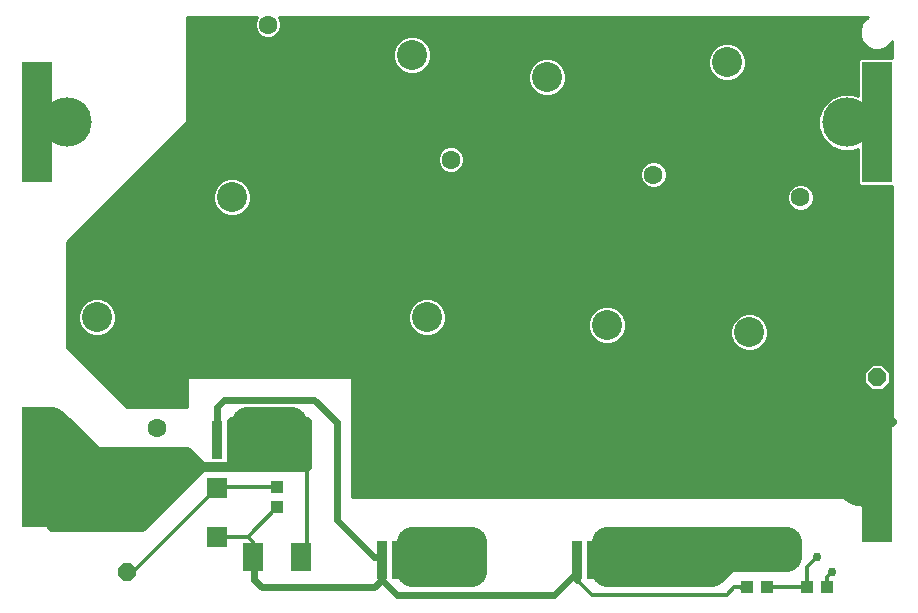
<source format=gtl>
G75*
%MOIN*%
%OFA0B0*%
%FSLAX25Y25*%
%IPPOS*%
%LPD*%
%AMOC8*
5,1,8,0,0,1.08239X$1,22.5*
%
%ADD10OC8,0.06000*%
%ADD11OC8,0.06300*%
%ADD12C,0.06300*%
%ADD13R,0.03543X0.12598*%
%ADD14R,0.42520X0.32087*%
%ADD15R,0.04331X0.03937*%
%ADD16R,0.03937X0.04331*%
%ADD17R,0.07087X0.09449*%
%ADD18R,0.06299X0.11811*%
%ADD19R,0.19000X0.22500*%
%ADD20R,0.06693X0.07087*%
%ADD21C,0.10000*%
%ADD22OC8,0.10000*%
%ADD23R,0.10000X0.20000*%
%ADD24R,0.10000X0.40000*%
%ADD25C,0.01200*%
%ADD26C,0.02400*%
%ADD27C,0.01000*%
%ADD28C,0.03200*%
%ADD29C,0.16500*%
%ADD30C,0.02978*%
%ADD31C,0.10000*%
D10*
X0041500Y0015167D03*
X0291500Y0080167D03*
D11*
X0252000Y0140167D03*
X0231000Y0147667D03*
X0163500Y0152667D03*
X0074500Y0197667D03*
X0051500Y0077167D03*
D12*
X0051500Y0063167D03*
X0149500Y0152667D03*
X0217000Y0147667D03*
X0266000Y0140167D03*
X0088500Y0197667D03*
D13*
X0091500Y0059340D03*
X0096500Y0059340D03*
X0101500Y0059340D03*
X0081500Y0059340D03*
X0076500Y0059340D03*
X0071500Y0059340D03*
X0126500Y0019340D03*
X0131500Y0019340D03*
X0136500Y0019340D03*
X0146500Y0019340D03*
X0151500Y0019340D03*
X0156500Y0019340D03*
X0191500Y0019340D03*
X0196500Y0019340D03*
X0201500Y0019340D03*
X0211500Y0019340D03*
X0216500Y0019340D03*
X0221500Y0019340D03*
D14*
X0206500Y0061308D03*
X0141500Y0061308D03*
X0086500Y0101308D03*
D15*
X0091500Y0043513D03*
X0091500Y0036820D03*
D16*
X0248154Y0010167D03*
X0254846Y0010167D03*
X0268154Y0010167D03*
X0274846Y0010167D03*
D17*
X0099472Y0020167D03*
X0083528Y0020167D03*
D18*
X0242524Y0024261D03*
X0260476Y0024261D03*
D19*
X0251500Y0051419D03*
D20*
X0071500Y0043238D03*
X0071500Y0027096D03*
D21*
X0031500Y0100167D03*
X0076500Y0140167D03*
X0141500Y0100167D03*
X0201500Y0097667D03*
X0249000Y0095167D03*
X0181500Y0180167D03*
X0136500Y0187667D03*
X0241500Y0185167D03*
D22*
X0261500Y0185167D03*
X0201500Y0180167D03*
X0116500Y0187667D03*
X0076500Y0160167D03*
X0031500Y0120167D03*
X0141500Y0120167D03*
X0201500Y0117667D03*
X0269000Y0095167D03*
D23*
X0291500Y0045167D03*
X0291500Y0165167D03*
X0011500Y0165167D03*
X0011500Y0050167D03*
D24*
X0011500Y0050167D03*
X0011500Y0050167D03*
X0011500Y0165167D03*
X0011500Y0165167D03*
X0291500Y0165167D03*
X0291500Y0165167D03*
X0291500Y0045167D03*
X0291500Y0045167D03*
D25*
X0260476Y0024261D02*
X0255594Y0024261D01*
X0251500Y0020167D01*
X0222327Y0020167D01*
X0221500Y0019340D01*
X0216500Y0019340D01*
X0211500Y0019340D01*
X0201500Y0019340D01*
X0196500Y0019340D01*
X0191500Y0012667D02*
X0196500Y0007667D01*
X0241500Y0007667D01*
X0244000Y0010167D01*
X0246500Y0010167D01*
X0254846Y0010167D02*
X0268154Y0010167D01*
X0268154Y0016820D01*
X0271500Y0020167D01*
X0276500Y0015167D02*
X0274846Y0013513D01*
X0274846Y0010167D01*
X0156500Y0019340D02*
X0131500Y0019340D01*
X0101500Y0022194D02*
X0099472Y0020167D01*
X0101500Y0022194D02*
X0101500Y0056045D01*
X0091500Y0043513D02*
X0071776Y0043513D01*
X0071500Y0043238D01*
X0043429Y0015167D01*
X0041500Y0015167D01*
X0071500Y0027096D02*
X0081776Y0027096D01*
X0083528Y0025344D01*
X0083528Y0020167D01*
X0081776Y0027096D02*
X0091500Y0036820D01*
D26*
X0111500Y0032667D02*
X0111500Y0065167D01*
X0104000Y0072667D01*
X0074000Y0072667D01*
X0071500Y0070167D01*
X0071500Y0055167D01*
X0076500Y0059340D02*
X0076500Y0059699D01*
X0077728Y0060928D01*
X0077728Y0066468D01*
X0078900Y0067639D01*
X0084100Y0067639D01*
X0085272Y0066468D01*
X0085272Y0061395D01*
X0086500Y0060167D01*
X0086500Y0055167D02*
X0085272Y0055167D01*
X0101500Y0056045D02*
X0101500Y0059340D01*
X0111500Y0032667D02*
X0124000Y0020167D01*
X0126500Y0020167D01*
X0126500Y0012667D01*
X0124000Y0010167D01*
X0086500Y0010167D01*
X0084000Y0012667D01*
X0084000Y0022667D01*
X0126500Y0012667D02*
X0131500Y0007667D01*
X0184000Y0007667D01*
X0191500Y0015167D01*
X0191500Y0020167D01*
X0191500Y0015167D02*
X0191500Y0012667D01*
X0206500Y0020167D02*
X0206500Y0025167D01*
X0246500Y0010167D02*
X0248154Y0010167D01*
X0286500Y0045221D02*
X0286555Y0045167D01*
X0291500Y0045167D01*
X0156500Y0019340D02*
X0156500Y0015167D01*
X0141500Y0020167D02*
X0141500Y0024662D01*
X0141500Y0025167D01*
X0141500Y0024662D02*
X0142005Y0025167D01*
X0016500Y0050107D02*
X0016441Y0050167D01*
X0011500Y0050167D01*
X0011500Y0165167D02*
X0021500Y0165167D01*
X0281500Y0165167D02*
X0291500Y0165167D01*
D27*
X0285200Y0173971D02*
X0283400Y0174717D01*
X0279600Y0174717D01*
X0276090Y0173263D01*
X0273404Y0170576D01*
X0271950Y0167066D01*
X0271950Y0163267D01*
X0273404Y0159757D01*
X0276090Y0157071D01*
X0279600Y0155617D01*
X0283400Y0155617D01*
X0285200Y0156362D01*
X0285200Y0144628D01*
X0285962Y0143867D01*
X0296500Y0143867D01*
X0296500Y0066467D01*
X0285962Y0066467D01*
X0285200Y0065705D01*
X0285200Y0040167D01*
X0116500Y0040167D01*
X0116500Y0080167D01*
X0061500Y0080167D01*
X0061500Y0070167D01*
X0041500Y0070167D01*
X0021500Y0090167D01*
X0021500Y0125167D01*
X0061500Y0165167D01*
X0061500Y0200167D01*
X0084719Y0200167D01*
X0084050Y0198552D01*
X0084050Y0196781D01*
X0084727Y0195146D01*
X0085979Y0193894D01*
X0087615Y0193217D01*
X0089385Y0193217D01*
X0091021Y0193894D01*
X0092273Y0195146D01*
X0092950Y0196781D01*
X0092950Y0198552D01*
X0092281Y0200167D01*
X0288469Y0200167D01*
X0288226Y0200066D01*
X0286600Y0198440D01*
X0285720Y0196316D01*
X0285720Y0194017D01*
X0286600Y0191893D01*
X0288226Y0190267D01*
X0290350Y0189387D01*
X0292650Y0189387D01*
X0294774Y0190267D01*
X0296400Y0191893D01*
X0296500Y0192135D01*
X0296500Y0186467D01*
X0285962Y0186467D01*
X0285200Y0185705D01*
X0285200Y0173971D01*
X0285200Y0174914D02*
X0185156Y0174914D01*
X0185069Y0174826D02*
X0186841Y0176598D01*
X0187800Y0178913D01*
X0187800Y0181420D01*
X0186841Y0183735D01*
X0185069Y0185508D01*
X0182753Y0186467D01*
X0180247Y0186467D01*
X0177931Y0185508D01*
X0176159Y0183735D01*
X0175200Y0181420D01*
X0175200Y0178913D01*
X0176159Y0176598D01*
X0177931Y0174826D01*
X0180247Y0173867D01*
X0182753Y0173867D01*
X0185069Y0174826D01*
X0186155Y0175912D02*
X0285200Y0175912D01*
X0285200Y0176911D02*
X0186970Y0176911D01*
X0187384Y0177909D02*
X0285200Y0177909D01*
X0285200Y0178908D02*
X0242852Y0178908D01*
X0242753Y0178867D02*
X0245069Y0179826D01*
X0246841Y0181598D01*
X0247800Y0183913D01*
X0247800Y0186420D01*
X0246841Y0188735D01*
X0245069Y0190508D01*
X0242753Y0191467D01*
X0240247Y0191467D01*
X0237931Y0190508D01*
X0236159Y0188735D01*
X0235200Y0186420D01*
X0235200Y0183913D01*
X0236159Y0181598D01*
X0237931Y0179826D01*
X0240247Y0178867D01*
X0242753Y0178867D01*
X0240148Y0178908D02*
X0187798Y0178908D01*
X0187800Y0179906D02*
X0237851Y0179906D01*
X0236852Y0180905D02*
X0187800Y0180905D01*
X0187600Y0181903D02*
X0236033Y0181903D01*
X0235619Y0182902D02*
X0187186Y0182902D01*
X0186676Y0183900D02*
X0235206Y0183900D01*
X0235200Y0184899D02*
X0185677Y0184899D01*
X0184128Y0185897D02*
X0235200Y0185897D01*
X0235397Y0186896D02*
X0142800Y0186896D01*
X0142800Y0186413D02*
X0141841Y0184098D01*
X0140069Y0182326D01*
X0137753Y0181367D01*
X0135247Y0181367D01*
X0132931Y0182326D01*
X0131159Y0184098D01*
X0130200Y0186413D01*
X0130200Y0188920D01*
X0131159Y0191235D01*
X0132931Y0193008D01*
X0135247Y0193967D01*
X0137753Y0193967D01*
X0140069Y0193008D01*
X0141841Y0191235D01*
X0142800Y0188920D01*
X0142800Y0186413D01*
X0142586Y0185897D02*
X0178872Y0185897D01*
X0177323Y0184899D02*
X0142173Y0184899D01*
X0141643Y0183900D02*
X0176324Y0183900D01*
X0175814Y0182902D02*
X0140645Y0182902D01*
X0139048Y0181903D02*
X0175400Y0181903D01*
X0175200Y0180905D02*
X0061500Y0180905D01*
X0061500Y0181903D02*
X0133952Y0181903D01*
X0132355Y0182902D02*
X0061500Y0182902D01*
X0061500Y0183900D02*
X0131357Y0183900D01*
X0130827Y0184899D02*
X0061500Y0184899D01*
X0061500Y0185897D02*
X0130414Y0185897D01*
X0130200Y0186896D02*
X0061500Y0186896D01*
X0061500Y0187894D02*
X0130200Y0187894D01*
X0130200Y0188893D02*
X0061500Y0188893D01*
X0061500Y0189891D02*
X0130602Y0189891D01*
X0131016Y0190890D02*
X0061500Y0190890D01*
X0061500Y0191888D02*
X0131812Y0191888D01*
X0132811Y0192887D02*
X0061500Y0192887D01*
X0061500Y0193885D02*
X0086001Y0193885D01*
X0084990Y0194884D02*
X0061500Y0194884D01*
X0061500Y0195882D02*
X0084422Y0195882D01*
X0084050Y0196881D02*
X0061500Y0196881D01*
X0061500Y0197879D02*
X0084050Y0197879D01*
X0084185Y0198878D02*
X0061500Y0198878D01*
X0061500Y0199876D02*
X0084599Y0199876D01*
X0092401Y0199876D02*
X0288036Y0199876D01*
X0287038Y0198878D02*
X0092815Y0198878D01*
X0092950Y0197879D02*
X0286368Y0197879D01*
X0285954Y0196881D02*
X0092950Y0196881D01*
X0092578Y0195882D02*
X0285720Y0195882D01*
X0285720Y0194884D02*
X0092010Y0194884D01*
X0090999Y0193885D02*
X0135050Y0193885D01*
X0137950Y0193885D02*
X0285775Y0193885D01*
X0286189Y0192887D02*
X0140189Y0192887D01*
X0141188Y0191888D02*
X0286605Y0191888D01*
X0287603Y0190890D02*
X0244146Y0190890D01*
X0245685Y0189891D02*
X0289133Y0189891D01*
X0293867Y0189891D02*
X0296500Y0189891D01*
X0296500Y0188893D02*
X0246683Y0188893D01*
X0247189Y0187894D02*
X0296500Y0187894D01*
X0296500Y0186896D02*
X0247603Y0186896D01*
X0247800Y0185897D02*
X0285392Y0185897D01*
X0285200Y0184899D02*
X0247800Y0184899D01*
X0247794Y0183900D02*
X0285200Y0183900D01*
X0285200Y0182902D02*
X0247381Y0182902D01*
X0246967Y0181903D02*
X0285200Y0181903D01*
X0285200Y0180905D02*
X0246148Y0180905D01*
X0245149Y0179906D02*
X0285200Y0179906D01*
X0277665Y0173915D02*
X0182870Y0173915D01*
X0180130Y0173915D02*
X0061500Y0173915D01*
X0061500Y0172917D02*
X0275744Y0172917D01*
X0274746Y0171918D02*
X0061500Y0171918D01*
X0061500Y0170920D02*
X0273747Y0170920D01*
X0273132Y0169921D02*
X0061500Y0169921D01*
X0061500Y0168923D02*
X0272719Y0168923D01*
X0272305Y0167924D02*
X0061500Y0167924D01*
X0061500Y0166925D02*
X0271950Y0166925D01*
X0271950Y0165927D02*
X0061500Y0165927D01*
X0061262Y0164928D02*
X0271950Y0164928D01*
X0271950Y0163930D02*
X0060263Y0163930D01*
X0059265Y0162931D02*
X0272089Y0162931D01*
X0272503Y0161933D02*
X0058266Y0161933D01*
X0057268Y0160934D02*
X0272916Y0160934D01*
X0273330Y0159936D02*
X0056269Y0159936D01*
X0055271Y0158937D02*
X0274224Y0158937D01*
X0275222Y0157939D02*
X0054272Y0157939D01*
X0053274Y0156940D02*
X0148189Y0156940D01*
X0148615Y0157117D02*
X0146979Y0156439D01*
X0145727Y0155187D01*
X0145050Y0153552D01*
X0145050Y0151781D01*
X0145727Y0150146D01*
X0146979Y0148894D01*
X0148615Y0148217D01*
X0150385Y0148217D01*
X0152021Y0148894D01*
X0153273Y0150146D01*
X0153950Y0151781D01*
X0153950Y0153552D01*
X0153273Y0155187D01*
X0152021Y0156439D01*
X0150385Y0157117D01*
X0148615Y0157117D01*
X0150811Y0156940D02*
X0276405Y0156940D01*
X0278815Y0155942D02*
X0152518Y0155942D01*
X0153374Y0154943D02*
X0285200Y0154943D01*
X0285200Y0153945D02*
X0153787Y0153945D01*
X0153950Y0152946D02*
X0285200Y0152946D01*
X0285200Y0151948D02*
X0218293Y0151948D01*
X0217885Y0152117D02*
X0216115Y0152117D01*
X0214479Y0151439D01*
X0213227Y0150187D01*
X0212550Y0148552D01*
X0212550Y0146781D01*
X0213227Y0145146D01*
X0214479Y0143894D01*
X0216115Y0143217D01*
X0217885Y0143217D01*
X0219521Y0143894D01*
X0220773Y0145146D01*
X0221450Y0146781D01*
X0221450Y0148552D01*
X0220773Y0150187D01*
X0219521Y0151439D01*
X0217885Y0152117D01*
X0215707Y0151948D02*
X0153950Y0151948D01*
X0153605Y0150949D02*
X0213989Y0150949D01*
X0213129Y0149951D02*
X0153077Y0149951D01*
X0152079Y0148952D02*
X0212716Y0148952D01*
X0212550Y0147954D02*
X0044287Y0147954D01*
X0045286Y0148952D02*
X0146921Y0148952D01*
X0145923Y0149951D02*
X0046284Y0149951D01*
X0047283Y0150949D02*
X0145395Y0150949D01*
X0145050Y0151948D02*
X0048281Y0151948D01*
X0049280Y0152946D02*
X0145050Y0152946D01*
X0145213Y0153945D02*
X0050278Y0153945D01*
X0051277Y0154943D02*
X0145626Y0154943D01*
X0146482Y0155942D02*
X0052275Y0155942D01*
X0043289Y0146955D02*
X0212550Y0146955D01*
X0212892Y0145957D02*
X0078984Y0145957D01*
X0080069Y0145508D02*
X0077753Y0146467D01*
X0075247Y0146467D01*
X0072931Y0145508D01*
X0071159Y0143735D01*
X0070200Y0141420D01*
X0070200Y0138913D01*
X0071159Y0136598D01*
X0072931Y0134826D01*
X0075247Y0133867D01*
X0077753Y0133867D01*
X0080069Y0134826D01*
X0081841Y0136598D01*
X0082800Y0138913D01*
X0082800Y0141420D01*
X0081841Y0143735D01*
X0080069Y0145508D01*
X0080618Y0144958D02*
X0213415Y0144958D01*
X0214414Y0143960D02*
X0081616Y0143960D01*
X0082162Y0142961D02*
X0262501Y0142961D01*
X0262227Y0142687D02*
X0261550Y0141052D01*
X0261550Y0139281D01*
X0262227Y0137646D01*
X0263479Y0136394D01*
X0265115Y0135717D01*
X0266885Y0135717D01*
X0268521Y0136394D01*
X0269773Y0137646D01*
X0270450Y0139281D01*
X0270450Y0141052D01*
X0269773Y0142687D01*
X0268521Y0143939D01*
X0266885Y0144617D01*
X0265115Y0144617D01*
X0263479Y0143939D01*
X0262227Y0142687D01*
X0261927Y0141963D02*
X0082575Y0141963D01*
X0082800Y0140964D02*
X0261550Y0140964D01*
X0261550Y0139966D02*
X0082800Y0139966D01*
X0082800Y0138967D02*
X0261680Y0138967D01*
X0262094Y0137969D02*
X0082409Y0137969D01*
X0081995Y0136970D02*
X0262903Y0136970D01*
X0264499Y0135972D02*
X0081215Y0135972D01*
X0080216Y0134973D02*
X0296500Y0134973D01*
X0296500Y0133975D02*
X0078014Y0133975D01*
X0074986Y0133975D02*
X0030308Y0133975D01*
X0031306Y0134973D02*
X0072784Y0134973D01*
X0071785Y0135972D02*
X0032305Y0135972D01*
X0033303Y0136970D02*
X0071005Y0136970D01*
X0070591Y0137969D02*
X0034302Y0137969D01*
X0035301Y0138967D02*
X0070200Y0138967D01*
X0070200Y0139966D02*
X0036299Y0139966D01*
X0037298Y0140964D02*
X0070200Y0140964D01*
X0070425Y0141963D02*
X0038296Y0141963D01*
X0039295Y0142961D02*
X0070838Y0142961D01*
X0071384Y0143960D02*
X0040293Y0143960D01*
X0041292Y0144958D02*
X0072382Y0144958D01*
X0074016Y0145957D02*
X0042290Y0145957D01*
X0029309Y0132976D02*
X0296500Y0132976D01*
X0296500Y0131978D02*
X0028311Y0131978D01*
X0027312Y0130979D02*
X0296500Y0130979D01*
X0296500Y0129981D02*
X0026314Y0129981D01*
X0025315Y0128982D02*
X0296500Y0128982D01*
X0296500Y0127984D02*
X0024317Y0127984D01*
X0023318Y0126985D02*
X0296500Y0126985D01*
X0296500Y0125987D02*
X0022320Y0125987D01*
X0021500Y0124988D02*
X0296500Y0124988D01*
X0296500Y0123990D02*
X0021500Y0123990D01*
X0021500Y0122991D02*
X0296500Y0122991D01*
X0296500Y0121992D02*
X0021500Y0121992D01*
X0021500Y0120994D02*
X0296500Y0120994D01*
X0296500Y0119995D02*
X0021500Y0119995D01*
X0021500Y0118997D02*
X0296500Y0118997D01*
X0296500Y0117998D02*
X0021500Y0117998D01*
X0021500Y0117000D02*
X0296500Y0117000D01*
X0296500Y0116001D02*
X0021500Y0116001D01*
X0021500Y0115003D02*
X0296500Y0115003D01*
X0296500Y0114004D02*
X0021500Y0114004D01*
X0021500Y0113006D02*
X0296500Y0113006D01*
X0296500Y0112007D02*
X0021500Y0112007D01*
X0021500Y0111009D02*
X0296500Y0111009D01*
X0296500Y0110010D02*
X0021500Y0110010D01*
X0021500Y0109012D02*
X0296500Y0109012D01*
X0296500Y0108013D02*
X0021500Y0108013D01*
X0021500Y0107015D02*
X0296500Y0107015D01*
X0296500Y0106016D02*
X0143840Y0106016D01*
X0142753Y0106467D02*
X0145069Y0105508D01*
X0146841Y0103735D01*
X0147800Y0101420D01*
X0147800Y0098913D01*
X0146841Y0096598D01*
X0145069Y0094826D01*
X0142753Y0093867D01*
X0140247Y0093867D01*
X0137931Y0094826D01*
X0136159Y0096598D01*
X0135200Y0098913D01*
X0135200Y0101420D01*
X0136159Y0103735D01*
X0137931Y0105508D01*
X0140247Y0106467D01*
X0142753Y0106467D01*
X0145558Y0105018D02*
X0296500Y0105018D01*
X0296500Y0104019D02*
X0146557Y0104019D01*
X0147137Y0103021D02*
X0197963Y0103021D01*
X0197931Y0103008D02*
X0196159Y0101235D01*
X0195200Y0098920D01*
X0195200Y0096413D01*
X0196159Y0094098D01*
X0197931Y0092326D01*
X0200247Y0091367D01*
X0202753Y0091367D01*
X0205069Y0092326D01*
X0206841Y0094098D01*
X0207800Y0096413D01*
X0207800Y0098920D01*
X0206841Y0101235D01*
X0205069Y0103008D01*
X0202753Y0103967D01*
X0200247Y0103967D01*
X0197931Y0103008D01*
X0196946Y0102022D02*
X0147550Y0102022D01*
X0147800Y0101024D02*
X0196071Y0101024D01*
X0195658Y0100025D02*
X0147800Y0100025D01*
X0147800Y0099027D02*
X0195244Y0099027D01*
X0195200Y0098028D02*
X0147433Y0098028D01*
X0147020Y0097030D02*
X0195200Y0097030D01*
X0195358Y0096031D02*
X0146274Y0096031D01*
X0145276Y0095033D02*
X0195772Y0095033D01*
X0196223Y0094034D02*
X0143158Y0094034D01*
X0139842Y0094034D02*
X0033158Y0094034D01*
X0032753Y0093867D02*
X0035069Y0094826D01*
X0036841Y0096598D01*
X0037800Y0098913D01*
X0037800Y0101420D01*
X0036841Y0103735D01*
X0035069Y0105508D01*
X0032753Y0106467D01*
X0030247Y0106467D01*
X0027931Y0105508D01*
X0026159Y0103735D01*
X0025200Y0101420D01*
X0025200Y0098913D01*
X0026159Y0096598D01*
X0027931Y0094826D01*
X0030247Y0093867D01*
X0032753Y0093867D01*
X0035276Y0095033D02*
X0137724Y0095033D01*
X0136726Y0096031D02*
X0036274Y0096031D01*
X0037020Y0097030D02*
X0135980Y0097030D01*
X0135567Y0098028D02*
X0037433Y0098028D01*
X0037800Y0099027D02*
X0135200Y0099027D01*
X0135200Y0100025D02*
X0037800Y0100025D01*
X0037800Y0101024D02*
X0135200Y0101024D01*
X0135450Y0102022D02*
X0037550Y0102022D01*
X0037137Y0103021D02*
X0135863Y0103021D01*
X0136443Y0104019D02*
X0036557Y0104019D01*
X0035558Y0105018D02*
X0137442Y0105018D01*
X0139160Y0106016D02*
X0033840Y0106016D01*
X0029160Y0106016D02*
X0021500Y0106016D01*
X0021500Y0105018D02*
X0027442Y0105018D01*
X0026443Y0104019D02*
X0021500Y0104019D01*
X0021500Y0103021D02*
X0025863Y0103021D01*
X0025450Y0102022D02*
X0021500Y0102022D01*
X0021500Y0101024D02*
X0025200Y0101024D01*
X0025200Y0100025D02*
X0021500Y0100025D01*
X0021500Y0099027D02*
X0025200Y0099027D01*
X0025567Y0098028D02*
X0021500Y0098028D01*
X0021500Y0097030D02*
X0025980Y0097030D01*
X0026726Y0096031D02*
X0021500Y0096031D01*
X0021500Y0095033D02*
X0027724Y0095033D01*
X0029842Y0094034D02*
X0021500Y0094034D01*
X0021500Y0093036D02*
X0197221Y0093036D01*
X0198628Y0092037D02*
X0021500Y0092037D01*
X0021500Y0091039D02*
X0244218Y0091039D01*
X0243659Y0091598D02*
X0242700Y0093913D01*
X0242700Y0096420D01*
X0243659Y0098735D01*
X0245431Y0100508D01*
X0247747Y0101467D01*
X0250253Y0101467D01*
X0252569Y0100508D01*
X0254341Y0098735D01*
X0255300Y0096420D01*
X0255300Y0093913D01*
X0254341Y0091598D01*
X0252569Y0089826D01*
X0250253Y0088867D01*
X0247747Y0088867D01*
X0245431Y0089826D01*
X0243659Y0091598D01*
X0243477Y0092037D02*
X0204372Y0092037D01*
X0205779Y0093036D02*
X0243064Y0093036D01*
X0242700Y0094034D02*
X0206777Y0094034D01*
X0207228Y0095033D02*
X0242700Y0095033D01*
X0242700Y0096031D02*
X0207642Y0096031D01*
X0207800Y0097030D02*
X0242953Y0097030D01*
X0243366Y0098028D02*
X0207800Y0098028D01*
X0207756Y0099027D02*
X0243951Y0099027D01*
X0244949Y0100025D02*
X0207342Y0100025D01*
X0206929Y0101024D02*
X0246678Y0101024D01*
X0251322Y0101024D02*
X0296500Y0101024D01*
X0296500Y0102022D02*
X0206054Y0102022D01*
X0205037Y0103021D02*
X0296500Y0103021D01*
X0296500Y0100025D02*
X0253051Y0100025D01*
X0254049Y0099027D02*
X0296500Y0099027D01*
X0296500Y0098028D02*
X0254634Y0098028D01*
X0255047Y0097030D02*
X0296500Y0097030D01*
X0296500Y0096031D02*
X0255300Y0096031D01*
X0255300Y0095033D02*
X0296500Y0095033D01*
X0296500Y0094034D02*
X0255300Y0094034D01*
X0254936Y0093036D02*
X0296500Y0093036D01*
X0296500Y0092037D02*
X0254523Y0092037D01*
X0253782Y0091039D02*
X0296500Y0091039D01*
X0296500Y0090040D02*
X0252783Y0090040D01*
X0250676Y0089042D02*
X0296500Y0089042D01*
X0296500Y0088043D02*
X0023624Y0088043D01*
X0024622Y0087045D02*
X0296500Y0087045D01*
X0296500Y0086046D02*
X0025621Y0086046D01*
X0026619Y0085048D02*
X0296500Y0085048D01*
X0296500Y0084049D02*
X0293699Y0084049D01*
X0293281Y0084467D02*
X0289719Y0084467D01*
X0287200Y0081948D01*
X0287200Y0078386D01*
X0289719Y0075867D01*
X0293281Y0075867D01*
X0295800Y0078386D01*
X0295800Y0081948D01*
X0293281Y0084467D01*
X0294697Y0083051D02*
X0296500Y0083051D01*
X0296500Y0082052D02*
X0295696Y0082052D01*
X0295800Y0081054D02*
X0296500Y0081054D01*
X0296500Y0080055D02*
X0295800Y0080055D01*
X0295800Y0079056D02*
X0296500Y0079056D01*
X0296500Y0078058D02*
X0295472Y0078058D01*
X0294474Y0077059D02*
X0296500Y0077059D01*
X0296500Y0076061D02*
X0293475Y0076061D01*
X0296500Y0075062D02*
X0116500Y0075062D01*
X0116500Y0074064D02*
X0296500Y0074064D01*
X0296500Y0073065D02*
X0116500Y0073065D01*
X0116500Y0072067D02*
X0296500Y0072067D01*
X0296500Y0071068D02*
X0116500Y0071068D01*
X0116500Y0070070D02*
X0296500Y0070070D01*
X0296500Y0069071D02*
X0116500Y0069071D01*
X0116500Y0068073D02*
X0296500Y0068073D01*
X0296500Y0067074D02*
X0116500Y0067074D01*
X0116500Y0066076D02*
X0285571Y0066076D01*
X0285200Y0065077D02*
X0116500Y0065077D01*
X0116500Y0064079D02*
X0285200Y0064079D01*
X0285200Y0063080D02*
X0116500Y0063080D01*
X0116500Y0062082D02*
X0285200Y0062082D01*
X0285200Y0061083D02*
X0116500Y0061083D01*
X0116500Y0060085D02*
X0285200Y0060085D01*
X0285200Y0059086D02*
X0116500Y0059086D01*
X0116500Y0058088D02*
X0285200Y0058088D01*
X0285200Y0057089D02*
X0116500Y0057089D01*
X0116500Y0056091D02*
X0285200Y0056091D01*
X0285200Y0055092D02*
X0116500Y0055092D01*
X0116500Y0054094D02*
X0285200Y0054094D01*
X0285200Y0053095D02*
X0116500Y0053095D01*
X0116500Y0052097D02*
X0285200Y0052097D01*
X0285200Y0051098D02*
X0116500Y0051098D01*
X0116500Y0050100D02*
X0285200Y0050100D01*
X0285200Y0049101D02*
X0116500Y0049101D01*
X0116500Y0048103D02*
X0285200Y0048103D01*
X0285200Y0047104D02*
X0116500Y0047104D01*
X0116500Y0046106D02*
X0285200Y0046106D01*
X0285200Y0045107D02*
X0116500Y0045107D01*
X0116500Y0044109D02*
X0285200Y0044109D01*
X0285200Y0043110D02*
X0116500Y0043110D01*
X0116500Y0042112D02*
X0285200Y0042112D01*
X0285200Y0041113D02*
X0116500Y0041113D01*
X0116500Y0076061D02*
X0289525Y0076061D01*
X0288526Y0077059D02*
X0116500Y0077059D01*
X0116500Y0078058D02*
X0287528Y0078058D01*
X0287200Y0079056D02*
X0116500Y0079056D01*
X0116500Y0080055D02*
X0287200Y0080055D01*
X0287200Y0081054D02*
X0030613Y0081054D01*
X0029615Y0082052D02*
X0287304Y0082052D01*
X0288303Y0083051D02*
X0028616Y0083051D01*
X0027618Y0084049D02*
X0289301Y0084049D01*
X0247324Y0089042D02*
X0022625Y0089042D01*
X0021627Y0090040D02*
X0245217Y0090040D01*
X0267501Y0135972D02*
X0296500Y0135972D01*
X0296500Y0136970D02*
X0269097Y0136970D01*
X0269906Y0137969D02*
X0296500Y0137969D01*
X0296500Y0138967D02*
X0270320Y0138967D01*
X0270450Y0139966D02*
X0296500Y0139966D01*
X0296500Y0140964D02*
X0270450Y0140964D01*
X0270073Y0141963D02*
X0296500Y0141963D01*
X0296500Y0142961D02*
X0269499Y0142961D01*
X0268471Y0143960D02*
X0285868Y0143960D01*
X0285200Y0144958D02*
X0220585Y0144958D01*
X0221108Y0145957D02*
X0285200Y0145957D01*
X0285200Y0146955D02*
X0221450Y0146955D01*
X0221450Y0147954D02*
X0285200Y0147954D01*
X0285200Y0148952D02*
X0221284Y0148952D01*
X0220871Y0149951D02*
X0285200Y0149951D01*
X0285200Y0150949D02*
X0220011Y0150949D01*
X0219586Y0143960D02*
X0263529Y0143960D01*
X0284185Y0155942D02*
X0285200Y0155942D01*
X0235811Y0187894D02*
X0142800Y0187894D01*
X0142800Y0188893D02*
X0236317Y0188893D01*
X0237315Y0189891D02*
X0142398Y0189891D01*
X0141984Y0190890D02*
X0238854Y0190890D01*
X0295397Y0190890D02*
X0296500Y0190890D01*
X0296500Y0191888D02*
X0296395Y0191888D01*
X0177844Y0174914D02*
X0061500Y0174914D01*
X0061500Y0175912D02*
X0176845Y0175912D01*
X0176030Y0176911D02*
X0061500Y0176911D01*
X0061500Y0177909D02*
X0175616Y0177909D01*
X0175202Y0178908D02*
X0061500Y0178908D01*
X0061500Y0179906D02*
X0175200Y0179906D01*
X0061500Y0080055D02*
X0031612Y0080055D01*
X0032610Y0079056D02*
X0061500Y0079056D01*
X0061500Y0078058D02*
X0033609Y0078058D01*
X0034607Y0077059D02*
X0061500Y0077059D01*
X0061500Y0076061D02*
X0035606Y0076061D01*
X0036604Y0075062D02*
X0061500Y0075062D01*
X0061500Y0074064D02*
X0037603Y0074064D01*
X0038601Y0073065D02*
X0061500Y0073065D01*
X0061500Y0072067D02*
X0039600Y0072067D01*
X0040598Y0071068D02*
X0061500Y0071068D01*
D28*
X0076500Y0065167D02*
X0081500Y0065167D01*
X0086500Y0065167D01*
X0096500Y0065167D01*
X0101500Y0065167D01*
X0101500Y0056045D01*
X0101500Y0050167D01*
X0076500Y0050167D01*
X0076500Y0059699D01*
X0076500Y0065167D01*
X0061500Y0055167D02*
X0066500Y0050167D01*
X0046500Y0030167D01*
X0016500Y0030167D01*
X0016500Y0050107D01*
X0016500Y0065167D01*
X0021500Y0065167D01*
X0026500Y0060167D01*
X0031500Y0055167D01*
X0036500Y0055167D01*
X0061500Y0055167D01*
X0066500Y0050167D02*
X0076500Y0050167D01*
X0016500Y0065167D02*
X0011500Y0065167D01*
X0286500Y0065167D02*
X0286500Y0045221D01*
X0286500Y0045167D01*
X0286500Y0040167D01*
X0286500Y0065167D02*
X0296500Y0065167D01*
D29*
X0286500Y0045167D03*
X0281500Y0165167D03*
X0021500Y0165167D03*
X0021500Y0050167D03*
D30*
X0026500Y0050167D03*
X0036500Y0055167D03*
X0026500Y0060167D03*
X0036500Y0045167D03*
X0026500Y0040167D03*
X0086500Y0055167D03*
X0086500Y0060167D03*
X0086500Y0065167D03*
X0141500Y0025167D03*
X0141500Y0020167D03*
X0141500Y0015167D03*
X0206500Y0015167D03*
X0206500Y0020167D03*
X0206500Y0025167D03*
X0251500Y0020167D03*
X0271500Y0020167D03*
X0276500Y0015167D03*
D31*
X0261500Y0020167D02*
X0261500Y0025167D01*
X0206500Y0025167D01*
X0201500Y0025167D01*
X0201500Y0015167D01*
X0206500Y0015167D01*
X0236500Y0015167D01*
X0241500Y0020167D01*
X0261500Y0020167D01*
X0206500Y0025167D02*
X0206500Y0015167D01*
X0156500Y0015167D02*
X0136500Y0015167D01*
X0136500Y0025167D01*
X0142005Y0025167D01*
X0156500Y0025167D01*
X0156500Y0015167D01*
X0096500Y0055167D02*
X0085272Y0055167D01*
X0081500Y0055167D01*
X0081500Y0060167D01*
X0081500Y0065167D02*
X0096500Y0065167D01*
X0096500Y0055167D01*
X0061500Y0050167D02*
X0046500Y0035167D01*
X0021500Y0035167D01*
X0021500Y0050167D01*
X0031500Y0040167D01*
X0041500Y0040167D01*
X0046500Y0045167D01*
X0036500Y0045167D01*
X0031500Y0050167D02*
X0061500Y0050167D01*
X0031500Y0050167D02*
X0016500Y0065167D01*
X0021500Y0055167D02*
X0021500Y0050167D01*
M02*

</source>
